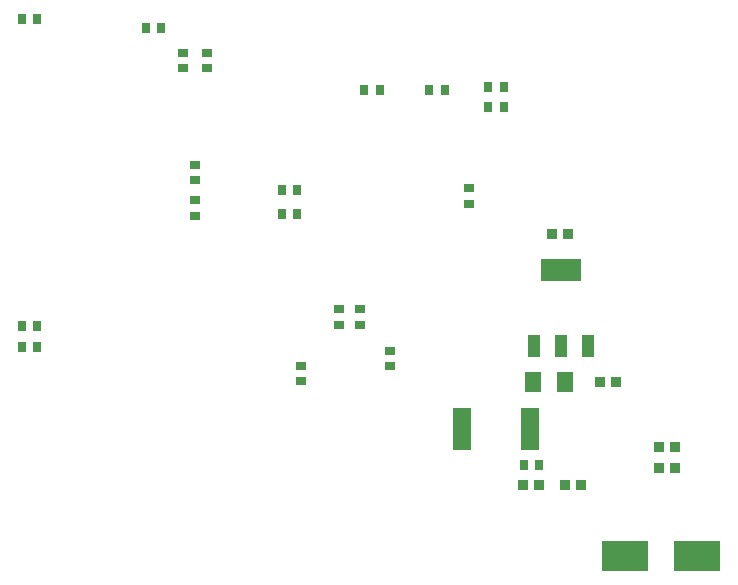
<source format=gbp>
G04 Layer_Color=128*
%FSLAX24Y24*%
%MOIN*%
G70*
G01*
G75*
%ADD20R,0.0276X0.0374*%
%ADD21R,0.0374X0.0276*%
%ADD24R,0.0335X0.0374*%
%ADD57R,0.1575X0.0984*%
%ADD58R,0.0630X0.1398*%
%ADD59R,0.0551X0.0709*%
%ADD60R,0.0433X0.0768*%
%ADD61R,0.1339X0.0768*%
D20*
X16870Y20669D02*
D03*
X17382D02*
D03*
X21004Y20374D02*
D03*
X21516D02*
D03*
X16870Y9744D02*
D03*
X17382D02*
D03*
X17382Y10433D02*
D03*
X16870D02*
D03*
X30965Y18307D02*
D03*
X30453D02*
D03*
X28799D02*
D03*
X28287D02*
D03*
X25531Y14173D02*
D03*
X26043D02*
D03*
X25531Y14961D02*
D03*
X26043D02*
D03*
X32933Y17717D02*
D03*
X32421D02*
D03*
X32933Y18406D02*
D03*
X32421D02*
D03*
X33602Y5807D02*
D03*
X34114D02*
D03*
D21*
X22244Y19035D02*
D03*
Y19547D02*
D03*
X23031Y19547D02*
D03*
Y19035D02*
D03*
X22638Y14626D02*
D03*
Y14114D02*
D03*
Y15295D02*
D03*
Y15807D02*
D03*
X31791Y15020D02*
D03*
Y14508D02*
D03*
X26181Y9114D02*
D03*
Y8602D02*
D03*
X27461Y10472D02*
D03*
Y10984D02*
D03*
X28150Y10984D02*
D03*
Y10472D02*
D03*
X29134Y9606D02*
D03*
Y9094D02*
D03*
D24*
X35502Y5118D02*
D03*
X34970D02*
D03*
X33593D02*
D03*
X34124D02*
D03*
X38652Y5709D02*
D03*
X38120D02*
D03*
X38652Y6398D02*
D03*
X38120D02*
D03*
X36683Y8563D02*
D03*
X36152D02*
D03*
X34534Y13500D02*
D03*
X35066D02*
D03*
D57*
X36988Y2756D02*
D03*
X39390D02*
D03*
D58*
X33809Y6988D02*
D03*
X31545D02*
D03*
D59*
X33907Y8563D02*
D03*
X34990D02*
D03*
D60*
X35748Y9764D02*
D03*
X34843D02*
D03*
X33937D02*
D03*
D61*
X34843Y12283D02*
D03*
M02*

</source>
